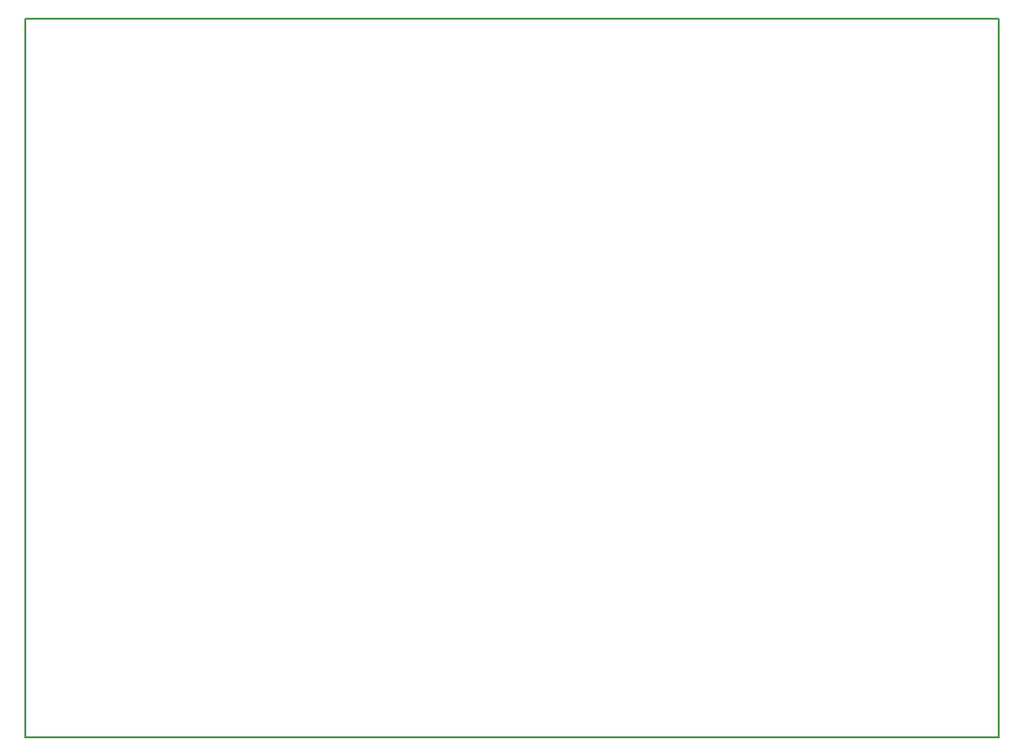
<source format=gbr>
G04 #@! TF.FileFunction,Profile,NP*
%FSLAX46Y46*%
G04 Gerber Fmt 4.6, Leading zero omitted, Abs format (unit mm)*
G04 Created by KiCad (PCBNEW 4.0.7) date 06/25/18 12:02:01*
%MOMM*%
%LPD*%
G01*
G04 APERTURE LIST*
%ADD10C,0.100000*%
%ADD11C,0.150000*%
G04 APERTURE END LIST*
D10*
D11*
X108000000Y-122000000D02*
X108000000Y-57000000D01*
X196000000Y-122000000D02*
X108000000Y-122000000D01*
X196000000Y-57000000D02*
X196000000Y-122000000D01*
X108000000Y-57000000D02*
X196000000Y-57000000D01*
M02*

</source>
